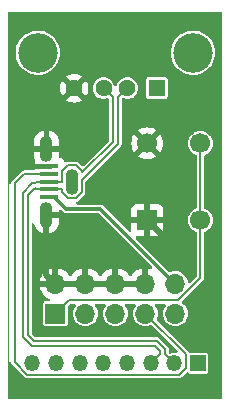
<source format=gbr>
%TF.GenerationSoftware,KiCad,Pcbnew,7.0.7*%
%TF.CreationDate,2023-09-15T20:16:18+02:00*%
%TF.ProjectId,DreameBreakout,44726561-6d65-4427-9265-616b6f75742e,rev?*%
%TF.SameCoordinates,Original*%
%TF.FileFunction,Copper,L1,Top*%
%TF.FilePolarity,Positive*%
%FSLAX45Y45*%
G04 Gerber Fmt 4.5, Leading zero omitted, Abs format (unit mm)*
G04 Created by KiCad (PCBNEW 7.0.7) date 2023-09-15 20:16:18*
%MOMM*%
%LPD*%
G01*
G04 APERTURE LIST*
%TA.AperFunction,Profile*%
%ADD10C,0.100000*%
%TD*%
%TA.AperFunction,ComponentPad*%
%ADD11R,1.700000X1.700000*%
%TD*%
%TA.AperFunction,ComponentPad*%
%ADD12O,1.700000X1.700000*%
%TD*%
%TA.AperFunction,ComponentPad*%
%ADD13R,1.428000X1.428000*%
%TD*%
%TA.AperFunction,ComponentPad*%
%ADD14C,1.428000*%
%TD*%
%TA.AperFunction,ComponentPad*%
%ADD15C,3.346000*%
%TD*%
%TA.AperFunction,ComponentPad*%
%ADD16R,1.350000X1.350000*%
%TD*%
%TA.AperFunction,ComponentPad*%
%ADD17O,1.350000X1.350000*%
%TD*%
%TA.AperFunction,SMDPad,CuDef*%
%ADD18R,1.500000X0.450000*%
%TD*%
%TA.AperFunction,ComponentPad*%
%ADD19O,1.100000X2.200000*%
%TD*%
%TA.AperFunction,ComponentPad*%
%ADD20C,1.700000*%
%TD*%
%TA.AperFunction,ViaPad*%
%ADD21C,1.000000*%
%TD*%
%TA.AperFunction,Conductor*%
%ADD22C,0.200000*%
%TD*%
%TA.AperFunction,Conductor*%
%ADD23C,0.300000*%
%TD*%
%TA.AperFunction,Conductor*%
%ADD24C,0.500000*%
%TD*%
G04 APERTURE END LIST*
D10*
X5000000Y-4065500D02*
X6800000Y-4065500D01*
X6800000Y-7332600D01*
X5000000Y-7332600D01*
X5000000Y-4065500D01*
D11*
X5397500Y-6616700D03*
D12*
X5397500Y-6362700D03*
X5651500Y-6616700D03*
X5651500Y-6362700D03*
X5905500Y-6616700D03*
X5905500Y-6362700D03*
X6159500Y-6616700D03*
X6159500Y-6362700D03*
X6413500Y-6616700D03*
X6413500Y-6362700D03*
D13*
X6255500Y-4706900D03*
D14*
X6005500Y-4706900D03*
X5805500Y-4706900D03*
X5555500Y-4706900D03*
D15*
X6562500Y-4406900D03*
X5248500Y-4406900D03*
D16*
X6603900Y-7035800D03*
D17*
X6403900Y-7035800D03*
X6203900Y-7035800D03*
X6003900Y-7035800D03*
X5803900Y-7035800D03*
X5603900Y-7035800D03*
X5403900Y-7035800D03*
X5203900Y-7035800D03*
D18*
X5347200Y-5629100D03*
X5347200Y-5564100D03*
X5347200Y-5499100D03*
X5347200Y-5434100D03*
X5347200Y-5369100D03*
D19*
X5322200Y-5779100D03*
X5322200Y-5219100D03*
X5537200Y-5499100D03*
D11*
X6175800Y-5824100D03*
D20*
X6175800Y-5174100D03*
X6625800Y-5824100D03*
X6625800Y-5174100D03*
D21*
X6625000Y-4775000D03*
X6537790Y-5984410D03*
X6718300Y-6045200D03*
D22*
X5928000Y-5178220D02*
X5928000Y-4784400D01*
X5501992Y-5639100D02*
X5572408Y-5639100D01*
X5622200Y-5484020D02*
X5928000Y-5178220D01*
X5224700Y-5554100D02*
X5234700Y-5564100D01*
X5166000Y-5610020D02*
X5221920Y-5554100D01*
X5452200Y-5564100D02*
X5452200Y-5589308D01*
X5928000Y-4784400D02*
X6005500Y-4706900D01*
X5622200Y-5589308D02*
X5622200Y-5484020D01*
X5347200Y-5564100D02*
X5452200Y-5564100D01*
X5221920Y-5554100D02*
X5224700Y-5554100D01*
X6403900Y-7035800D02*
X6326400Y-6958300D01*
X6257720Y-6848200D02*
X5216320Y-6848200D01*
X5166000Y-6797880D02*
X5166000Y-5610020D01*
X6326400Y-6916880D02*
X6257720Y-6848200D01*
X5572408Y-5639100D02*
X5622200Y-5589308D01*
X5216320Y-6848200D02*
X5166000Y-6797880D01*
X5452200Y-5589308D02*
X5501992Y-5639100D01*
X5234700Y-5564100D02*
X5347200Y-5564100D01*
X6326400Y-6958300D02*
X6326400Y-6916880D01*
X5883000Y-5159580D02*
X5883000Y-4784400D01*
X5572408Y-5359100D02*
X5622200Y-5408892D01*
X6281400Y-6958300D02*
X6281400Y-6935520D01*
X5452200Y-5408892D02*
X5501992Y-5359100D01*
X5347200Y-5499100D02*
X5452200Y-5499100D01*
X5121000Y-6816520D02*
X5121000Y-5591380D01*
X5452200Y-5499100D02*
X5452200Y-5408892D01*
X5883000Y-4784400D02*
X5805500Y-4706900D01*
X5224700Y-5509100D02*
X5234700Y-5499100D01*
X5622200Y-5408892D02*
X5622200Y-5420380D01*
X5121000Y-5591380D02*
X5203280Y-5509100D01*
X5203280Y-5509100D02*
X5224700Y-5509100D01*
X5622200Y-5420380D02*
X5883000Y-5159580D01*
X6239080Y-6893200D02*
X5197680Y-6893200D01*
X5234700Y-5499100D02*
X5347200Y-5499100D01*
X5501992Y-5359100D02*
X5572408Y-5359100D01*
X6281400Y-6935520D02*
X6239080Y-6893200D01*
X5197680Y-6893200D02*
X5121000Y-6816520D01*
X6203900Y-7035800D02*
X6281400Y-6958300D01*
X6625800Y-5824100D02*
X6625800Y-6313035D01*
X6437135Y-6501700D02*
X5512500Y-6501700D01*
X6625800Y-5174100D02*
X6625800Y-5824100D01*
X5512500Y-6501700D02*
X5397500Y-6616700D01*
X6625800Y-6313035D02*
X6437135Y-6501700D01*
D23*
X5486400Y-5727700D02*
X5387800Y-5629100D01*
X5778500Y-5727700D02*
X5486400Y-5727700D01*
X5387800Y-5629100D02*
X5347200Y-5629100D01*
X6413500Y-6362700D02*
X5778500Y-5727700D01*
D22*
X5158300Y-7133300D02*
X5054600Y-7029600D01*
X6159500Y-6616700D02*
X6501400Y-6958600D01*
X6501400Y-7076186D02*
X6444286Y-7133300D01*
X5054600Y-7029600D02*
X5054600Y-5511800D01*
X5132300Y-5434100D02*
X5347200Y-5434100D01*
X5054600Y-5511800D02*
X5132300Y-5434100D01*
X6444286Y-7133300D02*
X5158300Y-7133300D01*
X6501400Y-6958600D02*
X6501400Y-7076186D01*
D24*
X6336110Y-5984410D02*
X6175800Y-5824100D01*
X5322200Y-6287400D02*
X5397500Y-6362700D01*
X6537790Y-5984410D02*
X6336110Y-5984410D01*
X5322200Y-5779100D02*
X5322200Y-6287400D01*
%TA.AperFunction,Conductor*%
G36*
X6794254Y-4067518D02*
G01*
X6798829Y-4072799D01*
X6799950Y-4077950D01*
X6799950Y-7317617D01*
X6797981Y-7324321D01*
X6792701Y-7328896D01*
X6787567Y-7330017D01*
X5012467Y-7332483D01*
X5005761Y-7330523D01*
X5001178Y-7325249D01*
X5000050Y-7320083D01*
X5000050Y-7037070D01*
X5002019Y-7030366D01*
X5007299Y-7025790D01*
X5014215Y-7024796D01*
X5020570Y-7027698D01*
X5024348Y-7033576D01*
X5024837Y-7036497D01*
X5024842Y-7036599D01*
X5024842Y-7036600D01*
X5025121Y-7037233D01*
X5025966Y-7039962D01*
X5026094Y-7040643D01*
X5026094Y-7040643D01*
X5027726Y-7043279D01*
X5028126Y-7044039D01*
X5029379Y-7046876D01*
X5029380Y-7046877D01*
X5029380Y-7046877D01*
X5029869Y-7047366D01*
X5031644Y-7049606D01*
X5032008Y-7050195D01*
X5032008Y-7050195D01*
X5034483Y-7052064D01*
X5035131Y-7052628D01*
X5132608Y-7150105D01*
X5133172Y-7150753D01*
X5133904Y-7151723D01*
X5133904Y-7151723D01*
X5135386Y-7153074D01*
X5137438Y-7154944D01*
X5137642Y-7155139D01*
X5139020Y-7156517D01*
X5139241Y-7156669D01*
X5139914Y-7157202D01*
X5140825Y-7158032D01*
X5142206Y-7159291D01*
X5142207Y-7159291D01*
X5142207Y-7159292D01*
X5142853Y-7159542D01*
X5145381Y-7160874D01*
X5145952Y-7161266D01*
X5148970Y-7161975D01*
X5149790Y-7162229D01*
X5152683Y-7163350D01*
X5153375Y-7163350D01*
X5156214Y-7163679D01*
X5156888Y-7163838D01*
X5159959Y-7163409D01*
X5160817Y-7163350D01*
X6438002Y-7163350D01*
X6438859Y-7163409D01*
X6440062Y-7163577D01*
X6440062Y-7163577D01*
X6440062Y-7163577D01*
X6444378Y-7163378D01*
X6444837Y-7163357D01*
X6445123Y-7163350D01*
X6447070Y-7163350D01*
X6447070Y-7163350D01*
X6447333Y-7163301D01*
X6448188Y-7163202D01*
X6448310Y-7163196D01*
X6451285Y-7163058D01*
X6451918Y-7162779D01*
X6454649Y-7161933D01*
X6455329Y-7161806D01*
X6457966Y-7160174D01*
X6458725Y-7159773D01*
X6461562Y-7158521D01*
X6462052Y-7158031D01*
X6464293Y-7156256D01*
X6464881Y-7155892D01*
X6466751Y-7153416D01*
X6467312Y-7152770D01*
X6503403Y-7116679D01*
X6509536Y-7113331D01*
X6516505Y-7113829D01*
X6520873Y-7117100D01*
X6521081Y-7116892D01*
X6521945Y-7117755D01*
X6528577Y-7122187D01*
X6528577Y-7122187D01*
X6534425Y-7123350D01*
X6534425Y-7123350D01*
X6534425Y-7123350D01*
X6673375Y-7123350D01*
X6673375Y-7123350D01*
X6674857Y-7123055D01*
X6679223Y-7122187D01*
X6679223Y-7122187D01*
X6679223Y-7122187D01*
X6685855Y-7117755D01*
X6690287Y-7111123D01*
X6690287Y-7111123D01*
X6690287Y-7111123D01*
X6691450Y-7105275D01*
X6691450Y-7105275D01*
X6691450Y-6966325D01*
X6691450Y-6966325D01*
X6690287Y-6960477D01*
X6690287Y-6960477D01*
X6685855Y-6953845D01*
X6679223Y-6949413D01*
X6679223Y-6949413D01*
X6673375Y-6948250D01*
X6673375Y-6948250D01*
X6537759Y-6948250D01*
X6531055Y-6946281D01*
X6527465Y-6942138D01*
X6527270Y-6942272D01*
X6526621Y-6941324D01*
X6526621Y-6941323D01*
X6526131Y-6940834D01*
X6524356Y-6938593D01*
X6523992Y-6938005D01*
X6521517Y-6936136D01*
X6520869Y-6935572D01*
X6258430Y-6673133D01*
X6255081Y-6667000D01*
X6255580Y-6660031D01*
X6256262Y-6658520D01*
X6257023Y-6657095D01*
X6263030Y-6637293D01*
X6265058Y-6616700D01*
X6263030Y-6596107D01*
X6257023Y-6576305D01*
X6247268Y-6558055D01*
X6242313Y-6552016D01*
X6239582Y-6545585D01*
X6240761Y-6538699D01*
X6245476Y-6533543D01*
X6251898Y-6531750D01*
X6321102Y-6531750D01*
X6327806Y-6533718D01*
X6332381Y-6538999D01*
X6333376Y-6545915D01*
X6330687Y-6552016D01*
X6325732Y-6558055D01*
X6315977Y-6576304D01*
X6309970Y-6596107D01*
X6307942Y-6616700D01*
X6309970Y-6637293D01*
X6309970Y-6637293D01*
X6315977Y-6657095D01*
X6325731Y-6675345D01*
X6325732Y-6675345D01*
X6338859Y-6691341D01*
X6348521Y-6699270D01*
X6354855Y-6704468D01*
X6373105Y-6714223D01*
X6392907Y-6720230D01*
X6392906Y-6720230D01*
X6394753Y-6720412D01*
X6413500Y-6722258D01*
X6434093Y-6720230D01*
X6453895Y-6714223D01*
X6472145Y-6704468D01*
X6488141Y-6691341D01*
X6501268Y-6675345D01*
X6511023Y-6657095D01*
X6517030Y-6637293D01*
X6519058Y-6616700D01*
X6517030Y-6596107D01*
X6511023Y-6576305D01*
X6501268Y-6558055D01*
X6491305Y-6545915D01*
X6488141Y-6542059D01*
X6471876Y-6528711D01*
X6467942Y-6522936D01*
X6467755Y-6515952D01*
X6470974Y-6510357D01*
X6642606Y-6338726D01*
X6643253Y-6338162D01*
X6644222Y-6337430D01*
X6644223Y-6337430D01*
X6647446Y-6333895D01*
X6647637Y-6333695D01*
X6649017Y-6332314D01*
X6649168Y-6332094D01*
X6649702Y-6331420D01*
X6649849Y-6331259D01*
X6651792Y-6329128D01*
X6652042Y-6328482D01*
X6653375Y-6325953D01*
X6653766Y-6325383D01*
X6653765Y-6325383D01*
X6653766Y-6325383D01*
X6654476Y-6322364D01*
X6654729Y-6321545D01*
X6655850Y-6318652D01*
X6655850Y-6317959D01*
X6656179Y-6315120D01*
X6656338Y-6314446D01*
X6655909Y-6311376D01*
X6655850Y-6310518D01*
X6655850Y-6213885D01*
X6655850Y-5933957D01*
X6657818Y-5927254D01*
X6663099Y-5922678D01*
X6664649Y-5922092D01*
X6666195Y-5921623D01*
X6684445Y-5911868D01*
X6700441Y-5898741D01*
X6713568Y-5882745D01*
X6723323Y-5864495D01*
X6729330Y-5844693D01*
X6731358Y-5824100D01*
X6729330Y-5803507D01*
X6723323Y-5783705D01*
X6713568Y-5765455D01*
X6704609Y-5754537D01*
X6700441Y-5749459D01*
X6687249Y-5738633D01*
X6684445Y-5736331D01*
X6669537Y-5728363D01*
X6666195Y-5726577D01*
X6664650Y-5726108D01*
X6658807Y-5722278D01*
X6655961Y-5715897D01*
X6655850Y-5714242D01*
X6655850Y-5283958D01*
X6657818Y-5277254D01*
X6663099Y-5272678D01*
X6664649Y-5272092D01*
X6666195Y-5271623D01*
X6684445Y-5261869D01*
X6700441Y-5248741D01*
X6713568Y-5232745D01*
X6723323Y-5214495D01*
X6729330Y-5194693D01*
X6731358Y-5174100D01*
X6729330Y-5153507D01*
X6723323Y-5133705D01*
X6713568Y-5115455D01*
X6708370Y-5109121D01*
X6700441Y-5099459D01*
X6684445Y-5086332D01*
X6684445Y-5086332D01*
X6684445Y-5086332D01*
X6666195Y-5076577D01*
X6646393Y-5070570D01*
X6646393Y-5070570D01*
X6646393Y-5070570D01*
X6625800Y-5068542D01*
X6605207Y-5070570D01*
X6585404Y-5076577D01*
X6574390Y-5082464D01*
X6567155Y-5086332D01*
X6567155Y-5086332D01*
X6567155Y-5086332D01*
X6551159Y-5099459D01*
X6538032Y-5115455D01*
X6528277Y-5133704D01*
X6522270Y-5153507D01*
X6520242Y-5174100D01*
X6522270Y-5194693D01*
X6525066Y-5203912D01*
X6528277Y-5214495D01*
X6538031Y-5232745D01*
X6538032Y-5232745D01*
X6551159Y-5248741D01*
X6560689Y-5256562D01*
X6567155Y-5261869D01*
X6585405Y-5271623D01*
X6586950Y-5272092D01*
X6592793Y-5275921D01*
X6595639Y-5282302D01*
X6595750Y-5283958D01*
X6595750Y-5714242D01*
X6593781Y-5720946D01*
X6588501Y-5725521D01*
X6586950Y-5726108D01*
X6585405Y-5726577D01*
X6572336Y-5733562D01*
X6567155Y-5736331D01*
X6567155Y-5736332D01*
X6567155Y-5736332D01*
X6551159Y-5749459D01*
X6538636Y-5764718D01*
X6538031Y-5765455D01*
X6535830Y-5769574D01*
X6528277Y-5783704D01*
X6522270Y-5803507D01*
X6520242Y-5824100D01*
X6522270Y-5844693D01*
X6525273Y-5854594D01*
X6528277Y-5864495D01*
X6538031Y-5882745D01*
X6538032Y-5882745D01*
X6551159Y-5898741D01*
X6560821Y-5906670D01*
X6567155Y-5911868D01*
X6585405Y-5921623D01*
X6586949Y-5922092D01*
X6592793Y-5925921D01*
X6595639Y-5932302D01*
X6595750Y-5933958D01*
X6595750Y-6295451D01*
X6593781Y-6302155D01*
X6592118Y-6304219D01*
X6538904Y-6357433D01*
X6532772Y-6360782D01*
X6525802Y-6360283D01*
X6520209Y-6356096D01*
X6517796Y-6349881D01*
X6517030Y-6342107D01*
X6511023Y-6322305D01*
X6501268Y-6304055D01*
X6493183Y-6294203D01*
X6488141Y-6288059D01*
X6476368Y-6278397D01*
X6472145Y-6274931D01*
X6453895Y-6265177D01*
X6434093Y-6259170D01*
X6434093Y-6259170D01*
X6434093Y-6259170D01*
X6413500Y-6257142D01*
X6392907Y-6259170D01*
X6374417Y-6264779D01*
X6367430Y-6264841D01*
X6362049Y-6261681D01*
X6080636Y-5980268D01*
X6077288Y-5974136D01*
X6077786Y-5967167D01*
X6081973Y-5961573D01*
X6088520Y-5959132D01*
X6089404Y-5959100D01*
X6150800Y-5959100D01*
X6150800Y-5885330D01*
X6152768Y-5878626D01*
X6158049Y-5874051D01*
X6164965Y-5873056D01*
X6172224Y-5874100D01*
X6172224Y-5874100D01*
X6179376Y-5874100D01*
X6179376Y-5874100D01*
X6186635Y-5873056D01*
X6193551Y-5874051D01*
X6198831Y-5878626D01*
X6200800Y-5885330D01*
X6200800Y-5959100D01*
X6265583Y-5959100D01*
X6265584Y-5959100D01*
X6271537Y-5958460D01*
X6271538Y-5958460D01*
X6285009Y-5953435D01*
X6285009Y-5953435D01*
X6296519Y-5944819D01*
X6296519Y-5944819D01*
X6305135Y-5933309D01*
X6305135Y-5933309D01*
X6310160Y-5919838D01*
X6310160Y-5919837D01*
X6310800Y-5913884D01*
X6310800Y-5913883D01*
X6310800Y-5849100D01*
X6237135Y-5849100D01*
X6230431Y-5847131D01*
X6225855Y-5841851D01*
X6224861Y-5834935D01*
X6225237Y-5833207D01*
X6225800Y-5831289D01*
X6225800Y-5816911D01*
X6225237Y-5814993D01*
X6225237Y-5808006D01*
X6229014Y-5802129D01*
X6235370Y-5799226D01*
X6237135Y-5799100D01*
X6310800Y-5799100D01*
X6310800Y-5734317D01*
X6310800Y-5734315D01*
X6310160Y-5728363D01*
X6310160Y-5728362D01*
X6305135Y-5714891D01*
X6305135Y-5714891D01*
X6296519Y-5703381D01*
X6296519Y-5703381D01*
X6285009Y-5694765D01*
X6285009Y-5694764D01*
X6271538Y-5689740D01*
X6271537Y-5689740D01*
X6265584Y-5689100D01*
X6200800Y-5689100D01*
X6200800Y-5762870D01*
X6198831Y-5769574D01*
X6193551Y-5774149D01*
X6186635Y-5775144D01*
X6179377Y-5774100D01*
X6179376Y-5774100D01*
X6172224Y-5774100D01*
X6172223Y-5774100D01*
X6164964Y-5775144D01*
X6158049Y-5774149D01*
X6152768Y-5769574D01*
X6150800Y-5762870D01*
X6150800Y-5689100D01*
X6086015Y-5689100D01*
X6080063Y-5689740D01*
X6080062Y-5689740D01*
X6066591Y-5694764D01*
X6066591Y-5694765D01*
X6055081Y-5703381D01*
X6055081Y-5703381D01*
X6046465Y-5714891D01*
X6046464Y-5714891D01*
X6041440Y-5728362D01*
X6041440Y-5728363D01*
X6040800Y-5734315D01*
X6040800Y-5799100D01*
X6114465Y-5799100D01*
X6121169Y-5801068D01*
X6125745Y-5806349D01*
X6126739Y-5813265D01*
X6126363Y-5814993D01*
X6125800Y-5816911D01*
X6125800Y-5831289D01*
X6126363Y-5833207D01*
X6126363Y-5840194D01*
X6122585Y-5846071D01*
X6116230Y-5848974D01*
X6114465Y-5849100D01*
X6040800Y-5849100D01*
X6040800Y-5910496D01*
X6038831Y-5917199D01*
X6033551Y-5921775D01*
X6026635Y-5922769D01*
X6020280Y-5919867D01*
X6019632Y-5919264D01*
X5806764Y-5706395D01*
X5805151Y-5704410D01*
X5804644Y-5703633D01*
X5802049Y-5701613D01*
X5801474Y-5701106D01*
X5801231Y-5700862D01*
X5801231Y-5700862D01*
X5801230Y-5700862D01*
X5800585Y-5700401D01*
X5799456Y-5699595D01*
X5795413Y-5696448D01*
X5795412Y-5696448D01*
X5794765Y-5696098D01*
X5794107Y-5695776D01*
X5789195Y-5694314D01*
X5784349Y-5692650D01*
X5783627Y-5692529D01*
X5782895Y-5692438D01*
X5777972Y-5692642D01*
X5777777Y-5692650D01*
X5584307Y-5692650D01*
X5577603Y-5690681D01*
X5573028Y-5685401D01*
X5572033Y-5678485D01*
X5574936Y-5672130D01*
X5579297Y-5668907D01*
X5579407Y-5668858D01*
X5579407Y-5668858D01*
X5580040Y-5668579D01*
X5582771Y-5667733D01*
X5583452Y-5667606D01*
X5586088Y-5665974D01*
X5586847Y-5665573D01*
X5589685Y-5664321D01*
X5590174Y-5663831D01*
X5592415Y-5662056D01*
X5593003Y-5661692D01*
X5594873Y-5659216D01*
X5595435Y-5658570D01*
X5639006Y-5614999D01*
X5639653Y-5614436D01*
X5640622Y-5613704D01*
X5640623Y-5613704D01*
X5643846Y-5610168D01*
X5644037Y-5609968D01*
X5645417Y-5608588D01*
X5645568Y-5608367D01*
X5646102Y-5607693D01*
X5646376Y-5607393D01*
X5648192Y-5605401D01*
X5648442Y-5604756D01*
X5649775Y-5602226D01*
X5650166Y-5601656D01*
X5650876Y-5598637D01*
X5651129Y-5597818D01*
X5652250Y-5594925D01*
X5652250Y-5594233D01*
X5652579Y-5591394D01*
X5652738Y-5590721D01*
X5652738Y-5590720D01*
X5652309Y-5587649D01*
X5652250Y-5586792D01*
X5652250Y-5501603D01*
X5654218Y-5494899D01*
X5655881Y-5492836D01*
X5944806Y-5203911D01*
X5945453Y-5203348D01*
X5946422Y-5202616D01*
X5946423Y-5202616D01*
X5949646Y-5199080D01*
X5949837Y-5198880D01*
X5951217Y-5197500D01*
X5951368Y-5197279D01*
X5951902Y-5196605D01*
X5952391Y-5196069D01*
X5953992Y-5194313D01*
X5954242Y-5193668D01*
X5955575Y-5191138D01*
X5955966Y-5190568D01*
X5956676Y-5187548D01*
X5956929Y-5186730D01*
X5958050Y-5183837D01*
X5958050Y-5183145D01*
X5958379Y-5180306D01*
X5958538Y-5179632D01*
X5958109Y-5176560D01*
X5958050Y-5175705D01*
X5958050Y-5174100D01*
X6040284Y-5174100D01*
X6042343Y-5197632D01*
X6042343Y-5197633D01*
X6048457Y-5220448D01*
X6048457Y-5220449D01*
X6058440Y-5241858D01*
X6058440Y-5241858D01*
X6064307Y-5250237D01*
X6064307Y-5250237D01*
X6114905Y-5199640D01*
X6121037Y-5196291D01*
X6128006Y-5196789D01*
X6133600Y-5200977D01*
X6134104Y-5201703D01*
X6137187Y-5206500D01*
X6137624Y-5207180D01*
X6149160Y-5217176D01*
X6148929Y-5217442D01*
X6152401Y-5221450D01*
X6153393Y-5228366D01*
X6150490Y-5234721D01*
X6149888Y-5235367D01*
X6099662Y-5285593D01*
X6108042Y-5291460D01*
X6129451Y-5301443D01*
X6129452Y-5301443D01*
X6152267Y-5307557D01*
X6152268Y-5307557D01*
X6175800Y-5309616D01*
X6175800Y-5309616D01*
X6199331Y-5307557D01*
X6199333Y-5307557D01*
X6222148Y-5301443D01*
X6222149Y-5301443D01*
X6243558Y-5291460D01*
X6243558Y-5291460D01*
X6251937Y-5285593D01*
X6251937Y-5285593D01*
X6201712Y-5235367D01*
X6198363Y-5229235D01*
X6198861Y-5222266D01*
X6202564Y-5217319D01*
X6202440Y-5217176D01*
X6203110Y-5216595D01*
X6213976Y-5207180D01*
X6217495Y-5201704D01*
X6222775Y-5197128D01*
X6229691Y-5196134D01*
X6236047Y-5199036D01*
X6236695Y-5199640D01*
X6287292Y-5250237D01*
X6287293Y-5250237D01*
X6293160Y-5241858D01*
X6293160Y-5241858D01*
X6303143Y-5220449D01*
X6303143Y-5220448D01*
X6309257Y-5197633D01*
X6309257Y-5197632D01*
X6311316Y-5174100D01*
X6311316Y-5174100D01*
X6309257Y-5150568D01*
X6309257Y-5150567D01*
X6303143Y-5127752D01*
X6303143Y-5127751D01*
X6293160Y-5106342D01*
X6293160Y-5106342D01*
X6287292Y-5097963D01*
X6287292Y-5097963D01*
X6236695Y-5148560D01*
X6230563Y-5151909D01*
X6223593Y-5151410D01*
X6218000Y-5147223D01*
X6217495Y-5146496D01*
X6213976Y-5141020D01*
X6202440Y-5131024D01*
X6202671Y-5130757D01*
X6199200Y-5126753D01*
X6198206Y-5119837D01*
X6201108Y-5113481D01*
X6201712Y-5112833D01*
X6251937Y-5062607D01*
X6251937Y-5062607D01*
X6243558Y-5056740D01*
X6243558Y-5056740D01*
X6222149Y-5046757D01*
X6222148Y-5046757D01*
X6199333Y-5040643D01*
X6199331Y-5040643D01*
X6175800Y-5038584D01*
X6175800Y-5038584D01*
X6152268Y-5040643D01*
X6152267Y-5040643D01*
X6129452Y-5046757D01*
X6129451Y-5046757D01*
X6108042Y-5056740D01*
X6099662Y-5062607D01*
X6149888Y-5112833D01*
X6153237Y-5118965D01*
X6152738Y-5125935D01*
X6149036Y-5130881D01*
X6149160Y-5131024D01*
X6137624Y-5141020D01*
X6134105Y-5146496D01*
X6128824Y-5151072D01*
X6121908Y-5152066D01*
X6115553Y-5149163D01*
X6114905Y-5148560D01*
X6064307Y-5097963D01*
X6058440Y-5106342D01*
X6048457Y-5127751D01*
X6048457Y-5127752D01*
X6042343Y-5150567D01*
X6042343Y-5150568D01*
X6040284Y-5174100D01*
X6040284Y-5174100D01*
X5958050Y-5174100D01*
X5958050Y-4804973D01*
X5960019Y-4798269D01*
X5965299Y-4793693D01*
X5972215Y-4792699D01*
X5975493Y-4793645D01*
X5977085Y-4794353D01*
X5995888Y-4798350D01*
X5995888Y-4798350D01*
X6015112Y-4798350D01*
X6015112Y-4798350D01*
X6033915Y-4794353D01*
X6051477Y-4786534D01*
X6060092Y-4780275D01*
X6164050Y-4780275D01*
X6165213Y-4786123D01*
X6165213Y-4786123D01*
X6169645Y-4792755D01*
X6176277Y-4797187D01*
X6176277Y-4797187D01*
X6182125Y-4798350D01*
X6182125Y-4798350D01*
X6182125Y-4798350D01*
X6328875Y-4798350D01*
X6328875Y-4798350D01*
X6330357Y-4798055D01*
X6334723Y-4797187D01*
X6334723Y-4797187D01*
X6334723Y-4797187D01*
X6341355Y-4792755D01*
X6345787Y-4786123D01*
X6345787Y-4786123D01*
X6345787Y-4786123D01*
X6346950Y-4780275D01*
X6346950Y-4780275D01*
X6346950Y-4633525D01*
X6346950Y-4633525D01*
X6345787Y-4627677D01*
X6345787Y-4627677D01*
X6341355Y-4621045D01*
X6334723Y-4616613D01*
X6334723Y-4616613D01*
X6328875Y-4615450D01*
X6328875Y-4615450D01*
X6182125Y-4615450D01*
X6182125Y-4615450D01*
X6176277Y-4616613D01*
X6176277Y-4616613D01*
X6169645Y-4621045D01*
X6165213Y-4627677D01*
X6165213Y-4627677D01*
X6164050Y-4633525D01*
X6164050Y-4780275D01*
X6060092Y-4780275D01*
X6067029Y-4775235D01*
X6079892Y-4760949D01*
X6089504Y-4744301D01*
X6095444Y-4726018D01*
X6097454Y-4706900D01*
X6095444Y-4687782D01*
X6091577Y-4675880D01*
X6089504Y-4669500D01*
X6089504Y-4669499D01*
X6088815Y-4668306D01*
X6079892Y-4652851D01*
X6073694Y-4645968D01*
X6067029Y-4638566D01*
X6067029Y-4638565D01*
X6067029Y-4638565D01*
X6067029Y-4638565D01*
X6052043Y-4627677D01*
X6051477Y-4627266D01*
X6033916Y-4619447D01*
X6033915Y-4619447D01*
X6019108Y-4616300D01*
X6015112Y-4615450D01*
X5995888Y-4615450D01*
X5992592Y-4616151D01*
X5977085Y-4619447D01*
X5977084Y-4619447D01*
X5959523Y-4627266D01*
X5959523Y-4627266D01*
X5943971Y-4638565D01*
X5931108Y-4652851D01*
X5921496Y-4669499D01*
X5921496Y-4669500D01*
X5917293Y-4682435D01*
X5913349Y-4688202D01*
X5906913Y-4690922D01*
X5900029Y-4689730D01*
X5894881Y-4685006D01*
X5893707Y-4682435D01*
X5889504Y-4669500D01*
X5889504Y-4669500D01*
X5889504Y-4669499D01*
X5879892Y-4652851D01*
X5873694Y-4645968D01*
X5867029Y-4638566D01*
X5867029Y-4638565D01*
X5867029Y-4638565D01*
X5867029Y-4638565D01*
X5852043Y-4627677D01*
X5851477Y-4627266D01*
X5833916Y-4619447D01*
X5833915Y-4619447D01*
X5819108Y-4616300D01*
X5815112Y-4615450D01*
X5795888Y-4615450D01*
X5792592Y-4616151D01*
X5777085Y-4619447D01*
X5777084Y-4619447D01*
X5759523Y-4627266D01*
X5759523Y-4627266D01*
X5743971Y-4638565D01*
X5731108Y-4652851D01*
X5721496Y-4669499D01*
X5721496Y-4669500D01*
X5715556Y-4687781D01*
X5715556Y-4687782D01*
X5713546Y-4706900D01*
X5715556Y-4726018D01*
X5715556Y-4726019D01*
X5721496Y-4744300D01*
X5721496Y-4744301D01*
X5731108Y-4760949D01*
X5734326Y-4764524D01*
X5743970Y-4775234D01*
X5743971Y-4775235D01*
X5743971Y-4775235D01*
X5750908Y-4780275D01*
X5759523Y-4786534D01*
X5777084Y-4794353D01*
X5777085Y-4794353D01*
X5795888Y-4798350D01*
X5795888Y-4798350D01*
X5815112Y-4798350D01*
X5815112Y-4798350D01*
X5833915Y-4794353D01*
X5835506Y-4793645D01*
X5842431Y-4792716D01*
X5848759Y-4795679D01*
X5852480Y-4801592D01*
X5852950Y-4804973D01*
X5852950Y-5141997D01*
X5850981Y-5148701D01*
X5849318Y-5150765D01*
X5636712Y-5363371D01*
X5630580Y-5366719D01*
X5623611Y-5366221D01*
X5619176Y-5363371D01*
X5598100Y-5342295D01*
X5597536Y-5341647D01*
X5596804Y-5340677D01*
X5593271Y-5337456D01*
X5593065Y-5337260D01*
X5591688Y-5335883D01*
X5591467Y-5335731D01*
X5590794Y-5335198D01*
X5588502Y-5333108D01*
X5587855Y-5332858D01*
X5585327Y-5331526D01*
X5584756Y-5331134D01*
X5584756Y-5331134D01*
X5584756Y-5331134D01*
X5581738Y-5330424D01*
X5580918Y-5330170D01*
X5578026Y-5329050D01*
X5577333Y-5329050D01*
X5574494Y-5328721D01*
X5573820Y-5328562D01*
X5570749Y-5328991D01*
X5569892Y-5329050D01*
X5508276Y-5329050D01*
X5507419Y-5328991D01*
X5506216Y-5328823D01*
X5506215Y-5328823D01*
X5503714Y-5328938D01*
X5501441Y-5329043D01*
X5501155Y-5329050D01*
X5499207Y-5329050D01*
X5499207Y-5329050D01*
X5499207Y-5329050D01*
X5498943Y-5329099D01*
X5498090Y-5329198D01*
X5494992Y-5329342D01*
X5494992Y-5329342D01*
X5494358Y-5329622D01*
X5491630Y-5330466D01*
X5490949Y-5330594D01*
X5490948Y-5330594D01*
X5488312Y-5332226D01*
X5487552Y-5332627D01*
X5484816Y-5333835D01*
X5477888Y-5334742D01*
X5471570Y-5331760D01*
X5468189Y-5326825D01*
X5466535Y-5322391D01*
X5466535Y-5322391D01*
X5457919Y-5310881D01*
X5457919Y-5310881D01*
X5446409Y-5302265D01*
X5446409Y-5302265D01*
X5434638Y-5297874D01*
X5429044Y-5293687D01*
X5426602Y-5287141D01*
X5426631Y-5285041D01*
X5427200Y-5279258D01*
X5427200Y-5244100D01*
X5359600Y-5244100D01*
X5352896Y-5242132D01*
X5348321Y-5236851D01*
X5347200Y-5231700D01*
X5347200Y-5206500D01*
X5349169Y-5199796D01*
X5354449Y-5195221D01*
X5359600Y-5194100D01*
X5427200Y-5194100D01*
X5427200Y-5158942D01*
X5425681Y-5143517D01*
X5419677Y-5123723D01*
X5409927Y-5105483D01*
X5409927Y-5105483D01*
X5396806Y-5089494D01*
X5380817Y-5076373D01*
X5380817Y-5076373D01*
X5362576Y-5066623D01*
X5347200Y-5061959D01*
X5347200Y-5148474D01*
X5345232Y-5155177D01*
X5339951Y-5159753D01*
X5333035Y-5160747D01*
X5332381Y-5160635D01*
X5323866Y-5158942D01*
X5322200Y-5158610D01*
X5322200Y-5158610D01*
X5312019Y-5160635D01*
X5305060Y-5160013D01*
X5299542Y-5155726D01*
X5297218Y-5149137D01*
X5297200Y-5148474D01*
X5297200Y-5061959D01*
X5281824Y-5066623D01*
X5263583Y-5076373D01*
X5263583Y-5076373D01*
X5247594Y-5089494D01*
X5234473Y-5105483D01*
X5234473Y-5105483D01*
X5224723Y-5123723D01*
X5218719Y-5143517D01*
X5217200Y-5158942D01*
X5217200Y-5194100D01*
X5284800Y-5194100D01*
X5291504Y-5196069D01*
X5296079Y-5201349D01*
X5297200Y-5206500D01*
X5297200Y-5231700D01*
X5295232Y-5238404D01*
X5289951Y-5242979D01*
X5284800Y-5244100D01*
X5217200Y-5244100D01*
X5217200Y-5279258D01*
X5218719Y-5294683D01*
X5224723Y-5314477D01*
X5225674Y-5316256D01*
X5227098Y-5323096D01*
X5226357Y-5326434D01*
X5222840Y-5335862D01*
X5222840Y-5335863D01*
X5222200Y-5341816D01*
X5222200Y-5346600D01*
X5357300Y-5346600D01*
X5364004Y-5348569D01*
X5368579Y-5353849D01*
X5369700Y-5359000D01*
X5369700Y-5379150D01*
X5367732Y-5385854D01*
X5362451Y-5390429D01*
X5357300Y-5391550D01*
X5270225Y-5391550D01*
X5270021Y-5391570D01*
X5269413Y-5391600D01*
X5222200Y-5391600D01*
X5222200Y-5391650D01*
X5220232Y-5398354D01*
X5214951Y-5402929D01*
X5209800Y-5404050D01*
X5138584Y-5404050D01*
X5137727Y-5403991D01*
X5136524Y-5403823D01*
X5136524Y-5403823D01*
X5134022Y-5403938D01*
X5131749Y-5404043D01*
X5131463Y-5404050D01*
X5129516Y-5404050D01*
X5129421Y-5404068D01*
X5129252Y-5404099D01*
X5128399Y-5404198D01*
X5125480Y-5404333D01*
X5125301Y-5404342D01*
X5124666Y-5404622D01*
X5121938Y-5405467D01*
X5121257Y-5405594D01*
X5121257Y-5405594D01*
X5118621Y-5407226D01*
X5117861Y-5407627D01*
X5115024Y-5408879D01*
X5114534Y-5409369D01*
X5112294Y-5411143D01*
X5111705Y-5411508D01*
X5109836Y-5413983D01*
X5109272Y-5414631D01*
X5037795Y-5486108D01*
X5037146Y-5486672D01*
X5036177Y-5487404D01*
X5032956Y-5490937D01*
X5032759Y-5491144D01*
X5031383Y-5492520D01*
X5031382Y-5492521D01*
X5031231Y-5492742D01*
X5030698Y-5493415D01*
X5028608Y-5495707D01*
X5028608Y-5495707D01*
X5028358Y-5496353D01*
X5027026Y-5498880D01*
X5026635Y-5499452D01*
X5026634Y-5499452D01*
X5025924Y-5502470D01*
X5025670Y-5503291D01*
X5024135Y-5507254D01*
X5023899Y-5507163D01*
X5021472Y-5511935D01*
X5015441Y-5515463D01*
X5008460Y-5515169D01*
X5002746Y-5511148D01*
X5000113Y-5504676D01*
X5000050Y-5503429D01*
X5000050Y-4706900D01*
X5433636Y-4706900D01*
X5435488Y-4728061D01*
X5435488Y-4728062D01*
X5440985Y-4748579D01*
X5440986Y-4748580D01*
X5449963Y-4767832D01*
X5449963Y-4767833D01*
X5453772Y-4773272D01*
X5497270Y-4729775D01*
X5503402Y-4726426D01*
X5510371Y-4726925D01*
X5515733Y-4730812D01*
X5519794Y-4735905D01*
X5523859Y-4741001D01*
X5531053Y-4745906D01*
X5535483Y-4751309D01*
X5536289Y-4758249D01*
X5533215Y-4764524D01*
X5532836Y-4764920D01*
X5489128Y-4808628D01*
X5494568Y-4812437D01*
X5494568Y-4812437D01*
X5513820Y-4821414D01*
X5513821Y-4821415D01*
X5534338Y-4826912D01*
X5534339Y-4826912D01*
X5555500Y-4828764D01*
X5555500Y-4828764D01*
X5576661Y-4826912D01*
X5576662Y-4826912D01*
X5597179Y-4821415D01*
X5597180Y-4821414D01*
X5616431Y-4812437D01*
X5621872Y-4808628D01*
X5578455Y-4765210D01*
X5575106Y-4759078D01*
X5575605Y-4752109D01*
X5579792Y-4746515D01*
X5581475Y-4745493D01*
X5581705Y-4745337D01*
X5581705Y-4745336D01*
X5581705Y-4745336D01*
X5591871Y-4735905D01*
X5594035Y-4732155D01*
X5599092Y-4727333D01*
X5605952Y-4726011D01*
X5612439Y-4728608D01*
X5613542Y-4729587D01*
X5657227Y-4773272D01*
X5661037Y-4767831D01*
X5670014Y-4748580D01*
X5670015Y-4748579D01*
X5675512Y-4728062D01*
X5675512Y-4728061D01*
X5677364Y-4706900D01*
X5677364Y-4706900D01*
X5675512Y-4685739D01*
X5675512Y-4685738D01*
X5670015Y-4665221D01*
X5670014Y-4665220D01*
X5661037Y-4645969D01*
X5661037Y-4645968D01*
X5657227Y-4640528D01*
X5613730Y-4684025D01*
X5607598Y-4687374D01*
X5600629Y-4686875D01*
X5595267Y-4682988D01*
X5591206Y-4677896D01*
X5587141Y-4672799D01*
X5579947Y-4667894D01*
X5575517Y-4662491D01*
X5574711Y-4655551D01*
X5577785Y-4649276D01*
X5578164Y-4648880D01*
X5621872Y-4605172D01*
X5616432Y-4601363D01*
X5616431Y-4601363D01*
X5597180Y-4592386D01*
X5597179Y-4592385D01*
X5576662Y-4586888D01*
X5576661Y-4586888D01*
X5555500Y-4585036D01*
X5555500Y-4585036D01*
X5534339Y-4586888D01*
X5534338Y-4586888D01*
X5513821Y-4592385D01*
X5513820Y-4592386D01*
X5494568Y-4601363D01*
X5494568Y-4601363D01*
X5489128Y-4605172D01*
X5489128Y-4605172D01*
X5532545Y-4648590D01*
X5535894Y-4654722D01*
X5535395Y-4661691D01*
X5531208Y-4667285D01*
X5529525Y-4668306D01*
X5529295Y-4668463D01*
X5519130Y-4677896D01*
X5519129Y-4677896D01*
X5516965Y-4681645D01*
X5511908Y-4686467D01*
X5505047Y-4687789D01*
X5498561Y-4685192D01*
X5497458Y-4684213D01*
X5453772Y-4640528D01*
X5453772Y-4640528D01*
X5449963Y-4645968D01*
X5449963Y-4645968D01*
X5440986Y-4665220D01*
X5440985Y-4665221D01*
X5435488Y-4685738D01*
X5435488Y-4685739D01*
X5433636Y-4706900D01*
X5433636Y-4706900D01*
X5000050Y-4706900D01*
X5000050Y-4406900D01*
X5060671Y-4406900D01*
X5062583Y-4433631D01*
X5068280Y-4459817D01*
X5068280Y-4459817D01*
X5074095Y-4475407D01*
X5077645Y-4484927D01*
X5077645Y-4484927D01*
X5090488Y-4508447D01*
X5090489Y-4508448D01*
X5106548Y-4529901D01*
X5106550Y-4529903D01*
X5125497Y-4548850D01*
X5125499Y-4548852D01*
X5146952Y-4564911D01*
X5146953Y-4564912D01*
X5170473Y-4577755D01*
X5170473Y-4577755D01*
X5170473Y-4577755D01*
X5195583Y-4587120D01*
X5208676Y-4589968D01*
X5221769Y-4592817D01*
X5221769Y-4592817D01*
X5221769Y-4592817D01*
X5245524Y-4594516D01*
X5248500Y-4594729D01*
X5248500Y-4594729D01*
X5248500Y-4594729D01*
X5251178Y-4594537D01*
X5275231Y-4592817D01*
X5301417Y-4587120D01*
X5326527Y-4577755D01*
X5350048Y-4564912D01*
X5371502Y-4548851D01*
X5390451Y-4529902D01*
X5406512Y-4508448D01*
X5419355Y-4484927D01*
X5428720Y-4459817D01*
X5434417Y-4433631D01*
X5436329Y-4406900D01*
X6374671Y-4406900D01*
X6376583Y-4433631D01*
X6382280Y-4459817D01*
X6382280Y-4459817D01*
X6388094Y-4475407D01*
X6391645Y-4484927D01*
X6391645Y-4484927D01*
X6404488Y-4508447D01*
X6404489Y-4508448D01*
X6420548Y-4529901D01*
X6420549Y-4529903D01*
X6439497Y-4548850D01*
X6439499Y-4548852D01*
X6460952Y-4564911D01*
X6460953Y-4564912D01*
X6484473Y-4577755D01*
X6484473Y-4577755D01*
X6484473Y-4577755D01*
X6509583Y-4587120D01*
X6522676Y-4589968D01*
X6535769Y-4592817D01*
X6535769Y-4592817D01*
X6535769Y-4592817D01*
X6559524Y-4594516D01*
X6562500Y-4594729D01*
X6562500Y-4594729D01*
X6562500Y-4594729D01*
X6565178Y-4594537D01*
X6589231Y-4592817D01*
X6615417Y-4587120D01*
X6640527Y-4577755D01*
X6664048Y-4564912D01*
X6685502Y-4548851D01*
X6704451Y-4529902D01*
X6720511Y-4508448D01*
X6733355Y-4484927D01*
X6742720Y-4459817D01*
X6748417Y-4433631D01*
X6750329Y-4406900D01*
X6748417Y-4380169D01*
X6742720Y-4353983D01*
X6733355Y-4328873D01*
X6720511Y-4305352D01*
X6720511Y-4305352D01*
X6704452Y-4283899D01*
X6704450Y-4283897D01*
X6685503Y-4264950D01*
X6685501Y-4264948D01*
X6664048Y-4248889D01*
X6664047Y-4248888D01*
X6640527Y-4236045D01*
X6640527Y-4236045D01*
X6631007Y-4232495D01*
X6615417Y-4226680D01*
X6615417Y-4226680D01*
X6615417Y-4226680D01*
X6589231Y-4220983D01*
X6562500Y-4219071D01*
X6562500Y-4219071D01*
X6535769Y-4220983D01*
X6509583Y-4226680D01*
X6509583Y-4226680D01*
X6509583Y-4226680D01*
X6503512Y-4228944D01*
X6484473Y-4236045D01*
X6484473Y-4236045D01*
X6460953Y-4248888D01*
X6460952Y-4248889D01*
X6439499Y-4264948D01*
X6439497Y-4264950D01*
X6420549Y-4283897D01*
X6420548Y-4283899D01*
X6404489Y-4305352D01*
X6404488Y-4305353D01*
X6391645Y-4328873D01*
X6391645Y-4328873D01*
X6382280Y-4353983D01*
X6376583Y-4380169D01*
X6374671Y-4406900D01*
X6374671Y-4406900D01*
X5436329Y-4406900D01*
X5436329Y-4406900D01*
X5434417Y-4380169D01*
X5428720Y-4353983D01*
X5419355Y-4328873D01*
X5406512Y-4305352D01*
X5406511Y-4305352D01*
X5390452Y-4283899D01*
X5390450Y-4283897D01*
X5371503Y-4264950D01*
X5371501Y-4264948D01*
X5350048Y-4248889D01*
X5350047Y-4248888D01*
X5326527Y-4236045D01*
X5326527Y-4236045D01*
X5317007Y-4232495D01*
X5301417Y-4226680D01*
X5301417Y-4226680D01*
X5301417Y-4226680D01*
X5275231Y-4220983D01*
X5248500Y-4219071D01*
X5248500Y-4219071D01*
X5221769Y-4220983D01*
X5195583Y-4226680D01*
X5195583Y-4226680D01*
X5195583Y-4226680D01*
X5189512Y-4228944D01*
X5170473Y-4236045D01*
X5170473Y-4236045D01*
X5146953Y-4248888D01*
X5146952Y-4248889D01*
X5125499Y-4264948D01*
X5125497Y-4264950D01*
X5106550Y-4283897D01*
X5106548Y-4283899D01*
X5090489Y-4305352D01*
X5090488Y-4305353D01*
X5077645Y-4328873D01*
X5077645Y-4328873D01*
X5068280Y-4353983D01*
X5062583Y-4380169D01*
X5060671Y-4406900D01*
X5060671Y-4406900D01*
X5000050Y-4406900D01*
X5000050Y-4077950D01*
X5002019Y-4071246D01*
X5007299Y-4066671D01*
X5012450Y-4065550D01*
X6787550Y-4065550D01*
X6794254Y-4067518D01*
G37*
%TD.AperFunction*%
%TA.AperFunction,Conductor*%
G36*
X5447720Y-5738633D02*
G01*
X5448368Y-5739236D01*
X5458136Y-5749004D01*
X5459749Y-5750990D01*
X5460256Y-5751767D01*
X5460257Y-5751767D01*
X5462851Y-5753786D01*
X5463427Y-5754295D01*
X5463669Y-5754538D01*
X5465444Y-5755805D01*
X5469487Y-5758952D01*
X5469488Y-5758952D01*
X5469488Y-5758952D01*
X5470133Y-5759301D01*
X5470793Y-5759624D01*
X5470793Y-5759624D01*
X5470793Y-5759624D01*
X5474383Y-5760693D01*
X5475704Y-5761086D01*
X5476916Y-5761502D01*
X5480551Y-5762750D01*
X5480552Y-5762750D01*
X5481275Y-5762871D01*
X5482005Y-5762962D01*
X5487124Y-5762750D01*
X5758846Y-5762750D01*
X5765549Y-5764718D01*
X5767614Y-5766382D01*
X6215117Y-6213885D01*
X6218465Y-6220017D01*
X6217967Y-6226987D01*
X6213780Y-6232580D01*
X6207233Y-6235022D01*
X6203140Y-6234631D01*
X6184500Y-6229636D01*
X6184500Y-6301470D01*
X6182531Y-6308174D01*
X6177251Y-6312749D01*
X6170335Y-6313744D01*
X6163077Y-6312700D01*
X6163076Y-6312700D01*
X6155924Y-6312700D01*
X6155923Y-6312700D01*
X6148664Y-6313744D01*
X6141749Y-6312749D01*
X6136468Y-6308174D01*
X6134500Y-6301470D01*
X6134500Y-6229636D01*
X6113151Y-6235357D01*
X6113151Y-6235357D01*
X6091742Y-6245340D01*
X6091742Y-6245340D01*
X6072393Y-6258889D01*
X6072392Y-6258889D01*
X6055689Y-6275592D01*
X6055689Y-6275592D01*
X6042657Y-6294203D01*
X6037200Y-6298565D01*
X6030250Y-6299285D01*
X6024014Y-6296133D01*
X6022342Y-6294203D01*
X6009311Y-6275592D01*
X6009311Y-6275592D01*
X5992608Y-6258889D01*
X5973258Y-6245340D01*
X5951849Y-6235357D01*
X5951849Y-6235357D01*
X5930500Y-6229636D01*
X5930500Y-6229636D01*
X5930500Y-6301470D01*
X5928531Y-6308174D01*
X5923251Y-6312749D01*
X5916335Y-6313744D01*
X5909076Y-6312700D01*
X5909076Y-6312700D01*
X5901924Y-6312700D01*
X5901923Y-6312700D01*
X5894664Y-6313744D01*
X5887749Y-6312749D01*
X5882468Y-6308174D01*
X5880500Y-6301470D01*
X5880500Y-6229636D01*
X5880500Y-6229636D01*
X5859151Y-6235357D01*
X5859151Y-6235357D01*
X5837742Y-6245340D01*
X5837742Y-6245340D01*
X5818393Y-6258889D01*
X5818392Y-6258889D01*
X5801689Y-6275592D01*
X5801689Y-6275592D01*
X5788657Y-6294203D01*
X5783200Y-6298565D01*
X5776250Y-6299285D01*
X5770014Y-6296133D01*
X5768342Y-6294203D01*
X5755311Y-6275592D01*
X5755311Y-6275592D01*
X5738608Y-6258889D01*
X5719258Y-6245340D01*
X5697849Y-6235357D01*
X5697849Y-6235357D01*
X5676500Y-6229636D01*
X5676500Y-6301470D01*
X5674531Y-6308174D01*
X5669251Y-6312749D01*
X5662335Y-6313744D01*
X5655077Y-6312700D01*
X5655076Y-6312700D01*
X5647924Y-6312700D01*
X5647923Y-6312700D01*
X5640664Y-6313744D01*
X5633749Y-6312749D01*
X5628468Y-6308174D01*
X5626500Y-6301470D01*
X5626500Y-6229636D01*
X5626500Y-6229636D01*
X5605151Y-6235357D01*
X5605151Y-6235357D01*
X5583742Y-6245340D01*
X5583742Y-6245340D01*
X5564393Y-6258889D01*
X5564392Y-6258889D01*
X5547689Y-6275592D01*
X5547689Y-6275592D01*
X5534658Y-6294203D01*
X5529200Y-6298565D01*
X5522250Y-6299285D01*
X5516015Y-6296133D01*
X5514343Y-6294203D01*
X5501311Y-6275592D01*
X5501311Y-6275592D01*
X5484608Y-6258889D01*
X5465258Y-6245340D01*
X5443849Y-6235357D01*
X5443849Y-6235357D01*
X5422500Y-6229636D01*
X5422500Y-6301470D01*
X5420532Y-6308174D01*
X5415251Y-6312749D01*
X5408336Y-6313744D01*
X5401077Y-6312700D01*
X5401076Y-6312700D01*
X5393924Y-6312700D01*
X5393923Y-6312700D01*
X5386665Y-6313744D01*
X5379749Y-6312749D01*
X5374468Y-6308174D01*
X5372500Y-6301470D01*
X5372500Y-6229636D01*
X5372500Y-6229636D01*
X5351151Y-6235357D01*
X5351151Y-6235357D01*
X5329742Y-6245340D01*
X5329742Y-6245340D01*
X5310393Y-6258889D01*
X5310392Y-6258889D01*
X5293689Y-6275592D01*
X5293689Y-6275593D01*
X5280140Y-6294942D01*
X5280140Y-6294942D01*
X5270157Y-6316351D01*
X5270157Y-6316351D01*
X5264436Y-6337700D01*
X5264436Y-6337700D01*
X5336165Y-6337700D01*
X5342869Y-6339668D01*
X5347445Y-6344949D01*
X5348439Y-6351865D01*
X5348063Y-6353593D01*
X5347500Y-6355511D01*
X5347500Y-6369889D01*
X5348063Y-6371807D01*
X5348063Y-6378794D01*
X5344286Y-6384671D01*
X5337930Y-6387574D01*
X5336165Y-6387700D01*
X5264436Y-6387700D01*
X5270157Y-6409049D01*
X5270157Y-6409049D01*
X5280140Y-6430458D01*
X5293689Y-6449808D01*
X5310392Y-6466510D01*
X5329742Y-6480060D01*
X5346795Y-6488012D01*
X5352039Y-6492629D01*
X5353954Y-6499348D01*
X5351932Y-6506036D01*
X5346616Y-6510570D01*
X5341554Y-6511650D01*
X5310525Y-6511650D01*
X5304677Y-6512813D01*
X5304677Y-6512813D01*
X5298045Y-6517245D01*
X5293613Y-6523877D01*
X5293613Y-6523877D01*
X5292450Y-6529725D01*
X5292450Y-6703675D01*
X5293613Y-6709523D01*
X5293613Y-6709523D01*
X5298045Y-6716155D01*
X5304677Y-6720587D01*
X5304677Y-6720587D01*
X5310525Y-6721750D01*
X5310525Y-6721750D01*
X5310525Y-6721750D01*
X5484475Y-6721750D01*
X5484475Y-6721750D01*
X5485957Y-6721455D01*
X5490323Y-6720587D01*
X5490323Y-6720587D01*
X5490323Y-6720587D01*
X5496955Y-6716155D01*
X5501387Y-6709523D01*
X5501387Y-6709523D01*
X5501387Y-6709523D01*
X5502550Y-6703675D01*
X5502550Y-6703675D01*
X5502550Y-6559283D01*
X5504518Y-6552579D01*
X5506182Y-6550515D01*
X5521315Y-6535382D01*
X5527448Y-6532033D01*
X5530084Y-6531750D01*
X5559102Y-6531750D01*
X5565806Y-6533718D01*
X5570381Y-6538999D01*
X5571376Y-6545915D01*
X5568687Y-6552016D01*
X5563732Y-6558055D01*
X5553977Y-6576304D01*
X5547970Y-6596107D01*
X5545942Y-6616700D01*
X5547970Y-6637293D01*
X5547970Y-6637293D01*
X5553977Y-6657095D01*
X5563732Y-6675345D01*
X5563732Y-6675345D01*
X5576859Y-6691341D01*
X5586521Y-6699270D01*
X5592855Y-6704468D01*
X5611105Y-6714223D01*
X5630907Y-6720230D01*
X5630906Y-6720230D01*
X5632935Y-6720430D01*
X5651500Y-6722258D01*
X5672093Y-6720230D01*
X5691895Y-6714223D01*
X5710145Y-6704468D01*
X5726141Y-6691341D01*
X5739268Y-6675345D01*
X5749023Y-6657095D01*
X5755030Y-6637293D01*
X5757058Y-6616700D01*
X5755030Y-6596107D01*
X5749023Y-6576305D01*
X5739268Y-6558055D01*
X5734313Y-6552016D01*
X5731582Y-6545585D01*
X5732761Y-6538699D01*
X5737476Y-6533543D01*
X5743898Y-6531750D01*
X5813102Y-6531750D01*
X5819806Y-6533718D01*
X5824381Y-6538999D01*
X5825376Y-6545915D01*
X5822687Y-6552016D01*
X5817732Y-6558055D01*
X5807977Y-6576304D01*
X5801970Y-6596107D01*
X5799942Y-6616700D01*
X5801970Y-6637293D01*
X5801970Y-6637293D01*
X5807977Y-6657095D01*
X5817731Y-6675345D01*
X5817732Y-6675345D01*
X5830859Y-6691341D01*
X5840521Y-6699270D01*
X5846855Y-6704468D01*
X5865105Y-6714223D01*
X5884907Y-6720230D01*
X5884906Y-6720230D01*
X5886753Y-6720412D01*
X5905500Y-6722258D01*
X5926093Y-6720230D01*
X5945895Y-6714223D01*
X5964145Y-6704468D01*
X5980141Y-6691341D01*
X5993268Y-6675345D01*
X6003023Y-6657095D01*
X6009030Y-6637293D01*
X6011058Y-6616700D01*
X6009030Y-6596107D01*
X6003023Y-6576305D01*
X5993268Y-6558055D01*
X5988313Y-6552016D01*
X5985582Y-6545585D01*
X5986761Y-6538699D01*
X5991476Y-6533543D01*
X5997898Y-6531750D01*
X6067102Y-6531750D01*
X6073806Y-6533718D01*
X6078381Y-6538999D01*
X6079376Y-6545915D01*
X6076687Y-6552016D01*
X6071732Y-6558055D01*
X6061977Y-6576304D01*
X6055970Y-6596107D01*
X6053942Y-6616700D01*
X6055970Y-6637293D01*
X6055970Y-6637293D01*
X6061977Y-6657095D01*
X6071731Y-6675345D01*
X6071732Y-6675345D01*
X6084859Y-6691341D01*
X6094521Y-6699270D01*
X6100855Y-6704468D01*
X6119105Y-6714223D01*
X6138907Y-6720230D01*
X6138906Y-6720230D01*
X6140753Y-6720412D01*
X6159500Y-6722258D01*
X6180093Y-6720230D01*
X6199895Y-6714223D01*
X6201319Y-6713462D01*
X6208159Y-6712038D01*
X6214684Y-6714538D01*
X6215933Y-6715630D01*
X6428522Y-6928219D01*
X6431870Y-6934351D01*
X6431372Y-6941320D01*
X6427184Y-6946913D01*
X6420638Y-6949355D01*
X6417176Y-6949116D01*
X6413102Y-6948250D01*
X6394698Y-6948250D01*
X6376697Y-6952076D01*
X6376696Y-6952076D01*
X6374778Y-6952930D01*
X6367853Y-6953858D01*
X6361526Y-6950895D01*
X6360967Y-6950370D01*
X6360082Y-6949485D01*
X6356733Y-6943353D01*
X6356450Y-6940717D01*
X6356450Y-6934351D01*
X6356450Y-6923162D01*
X6356510Y-6922306D01*
X6356677Y-6921104D01*
X6356677Y-6921104D01*
X6356457Y-6916329D01*
X6356450Y-6916043D01*
X6356450Y-6914096D01*
X6356450Y-6914095D01*
X6356401Y-6913833D01*
X6356302Y-6912978D01*
X6356159Y-6909881D01*
X6355879Y-6909248D01*
X6355033Y-6906517D01*
X6354906Y-6905837D01*
X6353274Y-6903200D01*
X6352874Y-6902441D01*
X6351621Y-6899604D01*
X6351131Y-6899114D01*
X6349356Y-6896873D01*
X6348992Y-6896285D01*
X6346517Y-6894416D01*
X6345869Y-6893852D01*
X6283412Y-6831395D01*
X6282848Y-6830746D01*
X6282116Y-6829777D01*
X6278582Y-6826556D01*
X6278377Y-6826360D01*
X6277000Y-6824983D01*
X6276779Y-6824831D01*
X6276105Y-6824298D01*
X6273813Y-6822208D01*
X6273167Y-6821958D01*
X6270639Y-6820626D01*
X6270068Y-6820234D01*
X6270068Y-6820234D01*
X6270068Y-6820234D01*
X6267050Y-6819524D01*
X6266229Y-6819270D01*
X6263337Y-6818150D01*
X6262645Y-6818150D01*
X6259806Y-6817821D01*
X6259132Y-6817662D01*
X6256061Y-6818090D01*
X6255203Y-6818150D01*
X5233903Y-6818150D01*
X5227199Y-6816181D01*
X5225135Y-6814518D01*
X5199682Y-6789065D01*
X5196333Y-6782932D01*
X5196050Y-6780297D01*
X5196050Y-5863547D01*
X5198019Y-5856843D01*
X5203299Y-5852268D01*
X5210215Y-5851273D01*
X5216570Y-5854176D01*
X5220316Y-5859948D01*
X5224723Y-5874477D01*
X5234473Y-5892717D01*
X5234473Y-5892717D01*
X5247594Y-5908705D01*
X5263583Y-5921827D01*
X5263583Y-5921827D01*
X5281823Y-5931577D01*
X5297200Y-5936241D01*
X5297200Y-5849726D01*
X5299169Y-5843022D01*
X5304449Y-5838447D01*
X5311365Y-5837453D01*
X5312019Y-5837565D01*
X5322200Y-5839590D01*
X5322200Y-5839590D01*
X5322200Y-5839590D01*
X5332381Y-5837565D01*
X5339340Y-5838187D01*
X5344858Y-5842474D01*
X5347182Y-5849063D01*
X5347200Y-5849726D01*
X5347200Y-5936241D01*
X5362577Y-5931577D01*
X5380817Y-5921827D01*
X5380817Y-5921827D01*
X5396806Y-5908705D01*
X5409927Y-5892717D01*
X5409927Y-5892717D01*
X5419677Y-5874477D01*
X5425681Y-5854683D01*
X5427200Y-5839258D01*
X5427200Y-5804100D01*
X5359600Y-5804100D01*
X5352896Y-5802131D01*
X5348321Y-5796851D01*
X5347200Y-5791700D01*
X5347200Y-5766500D01*
X5349169Y-5759796D01*
X5354449Y-5755221D01*
X5359600Y-5754100D01*
X5427200Y-5754100D01*
X5427200Y-5748004D01*
X5429169Y-5741300D01*
X5434449Y-5736725D01*
X5441365Y-5735731D01*
X5447720Y-5738633D01*
G37*
%TD.AperFunction*%
%TA.AperFunction,Conductor*%
G36*
X5596869Y-6339668D02*
G01*
X5601445Y-6344949D01*
X5602439Y-6351865D01*
X5602063Y-6353593D01*
X5601500Y-6355511D01*
X5601500Y-6369889D01*
X5602063Y-6371807D01*
X5602063Y-6378794D01*
X5598285Y-6384671D01*
X5591930Y-6387574D01*
X5590165Y-6387700D01*
X5458835Y-6387700D01*
X5452131Y-6385731D01*
X5447555Y-6380451D01*
X5446561Y-6373535D01*
X5446937Y-6371807D01*
X5447500Y-6369889D01*
X5447500Y-6355511D01*
X5446937Y-6353593D01*
X5446937Y-6346606D01*
X5450715Y-6340729D01*
X5457070Y-6337826D01*
X5458835Y-6337700D01*
X5590165Y-6337700D01*
X5596869Y-6339668D01*
G37*
%TD.AperFunction*%
%TA.AperFunction,Conductor*%
G36*
X5850869Y-6339668D02*
G01*
X5855445Y-6344949D01*
X5856439Y-6351865D01*
X5856063Y-6353593D01*
X5855500Y-6355511D01*
X5855500Y-6369889D01*
X5856063Y-6371807D01*
X5856063Y-6378794D01*
X5852285Y-6384671D01*
X5845930Y-6387574D01*
X5844165Y-6387700D01*
X5712835Y-6387700D01*
X5706131Y-6385731D01*
X5701555Y-6380451D01*
X5700561Y-6373535D01*
X5700937Y-6371807D01*
X5701500Y-6369889D01*
X5701500Y-6355511D01*
X5700937Y-6353593D01*
X5700937Y-6346606D01*
X5704714Y-6340729D01*
X5711070Y-6337826D01*
X5712835Y-6337700D01*
X5844165Y-6337700D01*
X5850869Y-6339668D01*
G37*
%TD.AperFunction*%
%TA.AperFunction,Conductor*%
G36*
X6104869Y-6339668D02*
G01*
X6109445Y-6344949D01*
X6110439Y-6351865D01*
X6110063Y-6353593D01*
X6109500Y-6355511D01*
X6109500Y-6369889D01*
X6110063Y-6371807D01*
X6110063Y-6378794D01*
X6106285Y-6384671D01*
X6099930Y-6387574D01*
X6098165Y-6387700D01*
X5966835Y-6387700D01*
X5960131Y-6385731D01*
X5955555Y-6380451D01*
X5954561Y-6373535D01*
X5954937Y-6371807D01*
X5955500Y-6369889D01*
X5955500Y-6355511D01*
X5954937Y-6353593D01*
X5954937Y-6346606D01*
X5958714Y-6340729D01*
X5965070Y-6337826D01*
X5966835Y-6337700D01*
X6098165Y-6337700D01*
X6104869Y-6339668D01*
G37*
%TD.AperFunction*%
M02*

</source>
